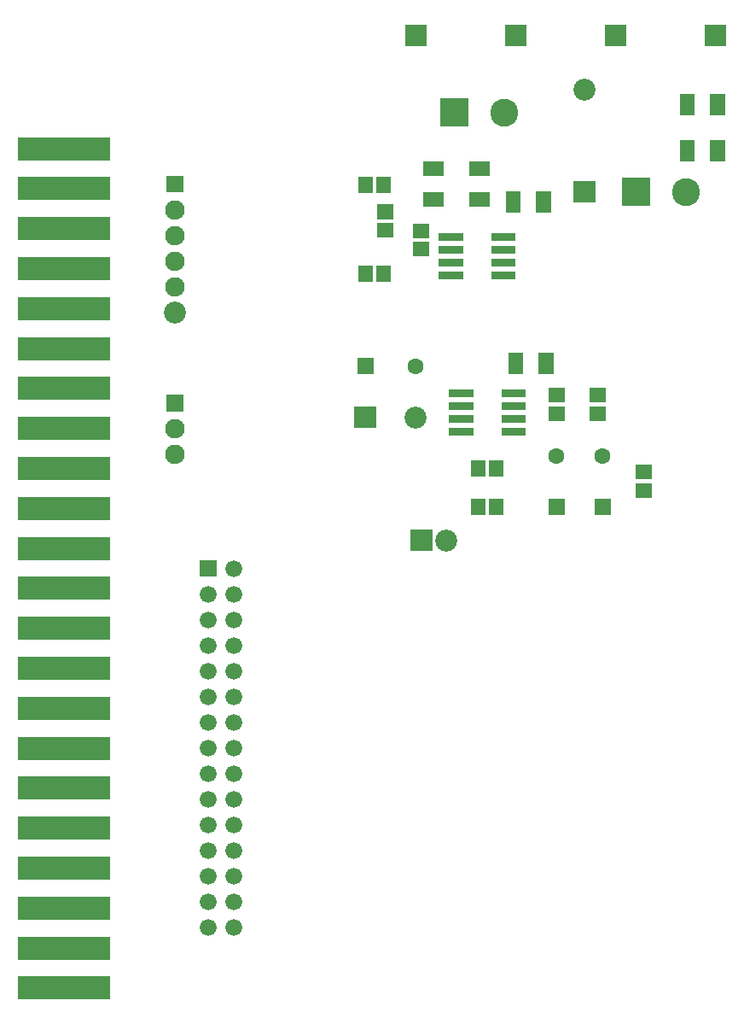
<source format=gts>
G04 start of page 2 for group 2 layer_idx 10 *
G04 Title: (unknown), top_mask *
G04 Creator: pcb-rnd 2.3.2 *
G04 CreationDate: 2021-07-12 19:07:33 UTC *
G04 For:  *
G04 Format: Gerber/RS-274X *
G04 PCB-Dimensions: 1000000 1000000 *
G04 PCB-Coordinate-Origin: lower left *
%MOIN*%
%FSLAX25Y25*%
%LNTOP_MASK_NONE_2*%
%ADD93C,0.0660*%
%ADD92C,0.0760*%
%ADD91C,0.0630*%
%ADD90C,0.0860*%
%ADD89C,0.1090*%
%ADD88C,0.0001*%
G54D88*G36*
X262500Y914500D02*Y903500D01*
X273500D01*
Y914500D01*
X262500D01*
G37*
G36*
X243403Y883889D02*X237685D01*
Y877385D01*
X243403D01*
Y883889D01*
G37*
G36*
X255960Y889764D02*Y884046D01*
X264040D01*
Y889764D01*
X255960D01*
G37*
G36*
X262000Y857000D02*X271500D01*
Y854000D01*
X262000D01*
Y857000D01*
G37*
G36*
X251749Y865582D02*Y859864D01*
X258253D01*
Y865582D01*
X251749D01*
G37*
G36*
X237749Y865953D02*Y860235D01*
X244253D01*
Y865953D01*
X237749D01*
G37*
G36*
Y873039D02*Y867321D01*
X244253D01*
Y873039D01*
X237749D01*
G37*
G36*
X255960Y877954D02*Y872236D01*
X264040D01*
Y877954D01*
X255960D01*
G37*
G36*
X293954Y878040D02*X288236D01*
Y869960D01*
X293954D01*
Y878040D01*
G37*
G36*
X257253Y934763D02*Y943237D01*
X248779D01*
Y934763D01*
X257253D01*
G37*
G36*
X296253D02*Y943237D01*
X287779D01*
Y934763D01*
X296253D01*
G37*
G36*
X262000Y852000D02*X271500D01*
Y849000D01*
X262000D01*
Y852000D01*
G37*
G36*
Y847000D02*X271500D01*
Y844000D01*
X262000D01*
Y847000D01*
G37*
G36*
X243402Y849252D02*X237684D01*
Y842748D01*
X243402D01*
Y849252D01*
G37*
G36*
X251749Y858496D02*Y852778D01*
X258253D01*
Y858496D01*
X251749D01*
G37*
G54D89*X287685Y909000D03*
G54D88*G36*
X262000Y862000D02*X271500D01*
Y859000D01*
X262000D01*
Y862000D01*
G37*
G36*
X292000Y854000D02*X282500D01*
Y857000D01*
X292000D01*
Y854000D01*
G37*
G36*
X273960Y877954D02*Y872236D01*
X282040D01*
Y877954D01*
X273960D01*
G37*
G36*
Y889764D02*Y884046D01*
X282040D01*
Y889764D01*
X273960D01*
G37*
G36*
X292000Y849000D02*X282500D01*
Y852000D01*
X292000D01*
Y849000D01*
G37*
G36*
Y844000D02*X282500D01*
Y847000D01*
X292000D01*
Y844000D01*
G37*
G36*
X335253Y934763D02*Y943237D01*
X326779D01*
Y934763D01*
X335253D01*
G37*
G36*
X292000Y859000D02*X282500D01*
Y862000D01*
X292000D01*
Y859000D01*
G37*
G54D90*X319000Y918000D03*
G54D88*G36*
X305764Y878040D02*X300046D01*
Y869960D01*
X305764D01*
Y878040D01*
G37*
G36*
X361954Y898040D02*X356236D01*
Y889960D01*
X361954D01*
Y898040D01*
G37*
G36*
Y916040D02*X356236D01*
Y907960D01*
X361954D01*
Y916040D01*
G37*
G36*
X333500Y883500D02*Y872500D01*
X344500D01*
Y883500D01*
X333500D01*
G37*
G54D89*X358685Y878000D03*
G54D88*G36*
X314700Y873700D02*Y882300D01*
X323300D01*
Y873700D01*
X314700D01*
G37*
G36*
X374253Y934763D02*Y943237D01*
X365779D01*
Y934763D01*
X374253D01*
G37*
G36*
X373764Y898040D02*X368046D01*
Y889960D01*
X373764D01*
Y898040D01*
G37*
G36*
Y916040D02*X368046D01*
Y907960D01*
X373764D01*
Y916040D01*
G37*
G36*
X236317Y883889D02*X230599D01*
Y877385D01*
X236317D01*
Y883889D01*
G37*
G36*
X236316Y849252D02*X230598D01*
Y842748D01*
X236316D01*
Y849252D01*
G37*
G36*
X230161Y813154D02*Y806846D01*
X236469D01*
Y813154D01*
X230161D01*
G37*
G54D91*X253000Y810000D03*
G54D88*G36*
X229000Y794300D02*X237600D01*
Y785700D01*
X229000D01*
Y794300D01*
G37*
G54D90*X253000Y790000D03*
G54D88*G36*
X296000Y798000D02*X286500D01*
Y801000D01*
X296000D01*
Y798000D01*
G37*
G36*
X294954Y815040D02*X289236D01*
Y806960D01*
X294954D01*
Y815040D01*
G37*
G36*
X304748Y801402D02*Y795684D01*
X311252D01*
Y801402D01*
X304748D01*
G37*
G36*
X266000Y801000D02*X275500D01*
Y798000D01*
X266000D01*
Y801000D01*
G37*
G36*
X306764Y815040D02*X301046D01*
Y806960D01*
X306764D01*
Y815040D01*
G37*
G36*
X266000Y796000D02*X275500D01*
Y793000D01*
X266000D01*
Y796000D01*
G37*
G36*
X296000Y793000D02*X286500D01*
Y796000D01*
X296000D01*
Y793000D01*
G37*
G36*
X304748Y794316D02*Y788598D01*
X311252D01*
Y794316D01*
X304748D01*
G37*
G36*
X320748D02*Y788598D01*
X327252D01*
Y794316D01*
X320748D01*
G37*
G36*
Y801402D02*Y795684D01*
X327252D01*
Y801402D01*
X320748D01*
G37*
G36*
X266000Y791000D02*X275500D01*
Y788000D01*
X266000D01*
Y791000D01*
G37*
G36*
Y786000D02*X275500D01*
Y783000D01*
X266000D01*
Y786000D01*
G37*
G36*
X250857Y746300D02*X259457D01*
Y737700D01*
X250857D01*
Y746300D01*
G37*
G54D90*X265000Y742000D03*
G54D88*G36*
X296000Y788000D02*X286500D01*
Y791000D01*
X296000D01*
Y788000D01*
G37*
G36*
Y783000D02*X286500D01*
Y786000D01*
X296000D01*
Y783000D01*
G37*
G54D91*X308000Y774843D03*
G54D88*G36*
X338748Y764316D02*Y758598D01*
X345252D01*
Y764316D01*
X338748D01*
G37*
G36*
Y771402D02*Y765684D01*
X345252D01*
Y771402D01*
X338748D01*
G37*
G36*
X304846Y752003D02*X311154D01*
Y758312D01*
X304846D01*
Y752003D01*
G37*
G36*
X322846D02*X329154D01*
Y758312D01*
X322846D01*
Y752003D01*
G37*
G54D91*X326000Y774843D03*
G54D88*G36*
X280316Y758252D02*X274598D01*
Y751748D01*
X280316D01*
Y758252D01*
G37*
G36*
X287402D02*X281684D01*
Y751748D01*
X287402D01*
Y758252D01*
G37*
G36*
X280316Y773252D02*X274598D01*
Y766748D01*
X280316D01*
Y773252D01*
G37*
G36*
X287402D02*X281684D01*
Y766748D01*
X287402D01*
Y773252D01*
G37*
G36*
X133500Y890300D02*Y899300D01*
X97500D01*
Y890300D01*
X133500D01*
G37*
G36*
Y874700D02*Y883700D01*
X97500D01*
Y874700D01*
X133500D01*
G37*
G36*
X162300Y884300D02*Y877700D01*
X155700D01*
Y884300D01*
X162300D01*
G37*
G54D92*X159000Y871000D03*
G54D88*G36*
X133500Y859100D02*Y868100D01*
X97500D01*
Y859100D01*
X133500D01*
G37*
G36*
X162300Y798800D02*Y792200D01*
X155700D01*
Y798800D01*
X162300D01*
G37*
G54D92*X159000Y861000D03*
Y851000D03*
Y841000D03*
G54D88*G36*
X175300Y734300D02*Y727700D01*
X168700D01*
Y734300D01*
X175300D01*
G37*
G54D92*X159000Y785500D03*
Y775500D03*
G54D90*Y831000D03*
G54D93*X182000Y731000D03*
X172000Y721000D03*
X182000D03*
X172000Y711000D03*
X182000D03*
X172000Y701000D03*
X182000D03*
X172000Y691000D03*
Y681000D03*
Y671000D03*
Y661000D03*
Y651000D03*
Y641000D03*
Y631000D03*
Y621000D03*
Y611000D03*
Y601000D03*
Y591000D03*
X182000Y691000D03*
Y681000D03*
Y671000D03*
Y661000D03*
Y651000D03*
Y641000D03*
Y631000D03*
Y621000D03*
Y611000D03*
Y601000D03*
Y591000D03*
G54D88*G36*
X133500Y843500D02*Y852500D01*
X97500D01*
Y843500D01*
X133500D01*
G37*
G36*
Y827900D02*Y836900D01*
X97500D01*
Y827900D01*
X133500D01*
G37*
G36*
Y812300D02*Y821300D01*
X97500D01*
Y812300D01*
X133500D01*
G37*
G36*
Y796700D02*Y805700D01*
X97500D01*
Y796700D01*
X133500D01*
G37*
G36*
Y781100D02*Y790100D01*
X97500D01*
Y781100D01*
X133500D01*
G37*
G36*
Y765500D02*Y774500D01*
X97500D01*
Y765500D01*
X133500D01*
G37*
G36*
Y749900D02*Y758900D01*
X97500D01*
Y749900D01*
X133500D01*
G37*
G36*
Y734300D02*Y743300D01*
X97500D01*
Y734300D01*
X133500D01*
G37*
G36*
Y718700D02*Y727700D01*
X97500D01*
Y718700D01*
X133500D01*
G37*
G36*
Y703100D02*Y712100D01*
X97500D01*
Y703100D01*
X133500D01*
G37*
G36*
Y687500D02*Y696500D01*
X97500D01*
Y687500D01*
X133500D01*
G37*
G36*
Y671900D02*Y680900D01*
X97500D01*
Y671900D01*
X133500D01*
G37*
G36*
Y656300D02*Y665300D01*
X97500D01*
Y656300D01*
X133500D01*
G37*
G36*
Y640700D02*Y649700D01*
X97500D01*
Y640700D01*
X133500D01*
G37*
G36*
Y625100D02*Y634100D01*
X97500D01*
Y625100D01*
X133500D01*
G37*
G36*
Y609500D02*Y618500D01*
X97500D01*
Y609500D01*
X133500D01*
G37*
G36*
Y593900D02*Y602900D01*
X97500D01*
Y593900D01*
X133500D01*
G37*
G36*
Y578300D02*Y587300D01*
X97500D01*
Y578300D01*
X133500D01*
G37*
G36*
Y562700D02*Y571700D01*
X97500D01*
Y562700D01*
X133500D01*
G37*
M02*

</source>
